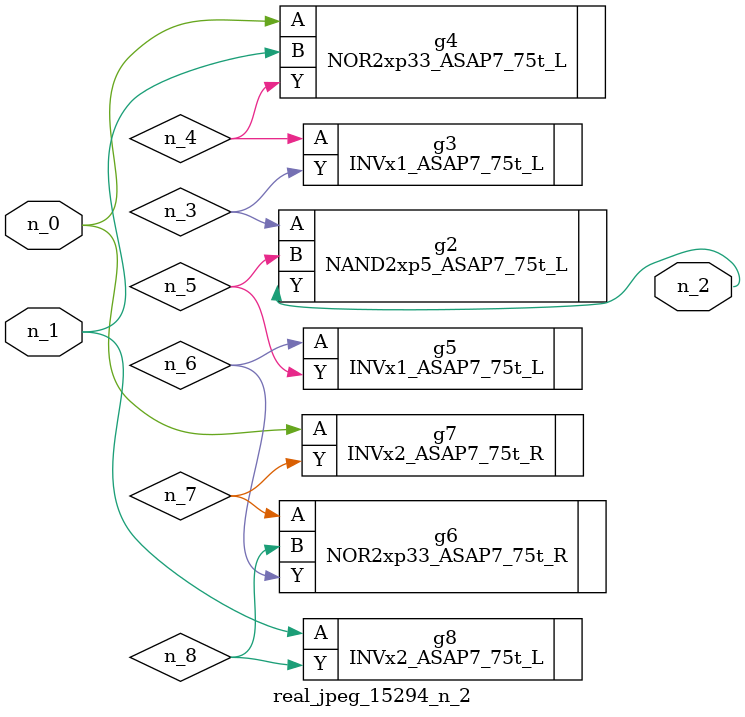
<source format=v>
module real_jpeg_15294_n_2 (n_1, n_0, n_2);

input n_1;
input n_0;

output n_2;

wire n_5;
wire n_4;
wire n_8;
wire n_6;
wire n_7;
wire n_3;

NOR2xp33_ASAP7_75t_L g4 ( 
.A(n_0),
.B(n_1),
.Y(n_4)
);

INVx2_ASAP7_75t_R g7 ( 
.A(n_0),
.Y(n_7)
);

INVx2_ASAP7_75t_L g8 ( 
.A(n_1),
.Y(n_8)
);

NAND2xp5_ASAP7_75t_L g2 ( 
.A(n_3),
.B(n_5),
.Y(n_2)
);

INVx1_ASAP7_75t_L g3 ( 
.A(n_4),
.Y(n_3)
);

INVx1_ASAP7_75t_L g5 ( 
.A(n_6),
.Y(n_5)
);

NOR2xp33_ASAP7_75t_R g6 ( 
.A(n_7),
.B(n_8),
.Y(n_6)
);


endmodule
</source>
